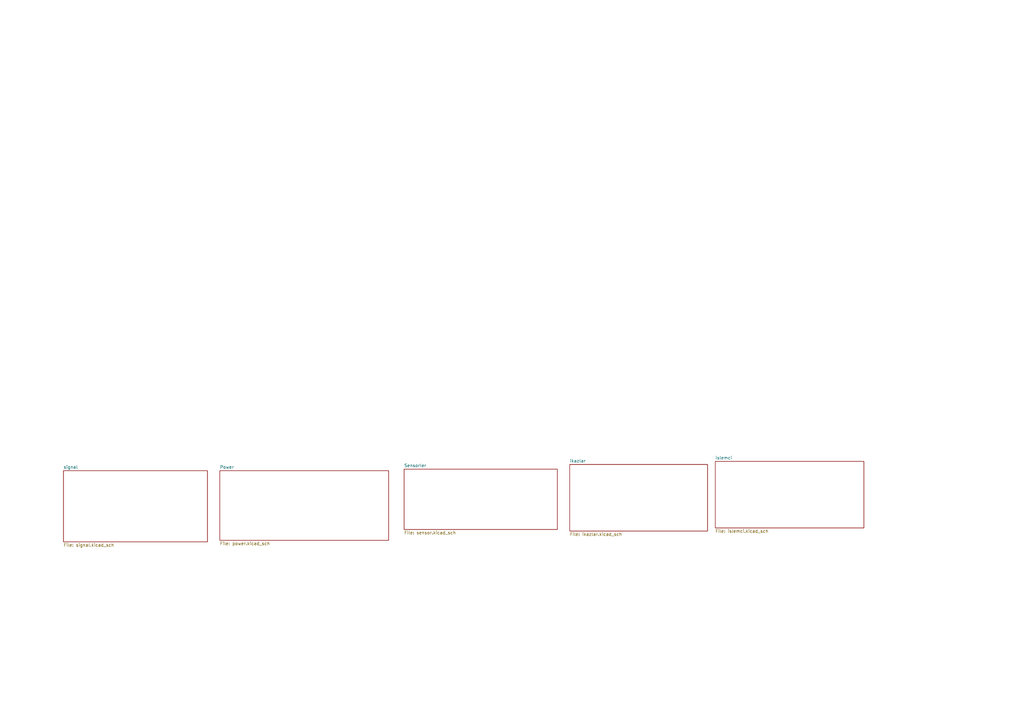
<source format=kicad_sch>
(kicad_sch (version 20230121) (generator eeschema)
  (paper "A3")
  (title_block (title "Raid Eye Controller") (date "2024-05-30") (rev "V1") (company "Macerick Space"))
  (lib_symbols)
  (sheet (at 165.735 192.405) (size 62.865 24.765) (stroke (width 0.1524))
    (property "Sheetname" "Sensorler" (at 165.735 191.6934 0) (effects (justify left bottom)))
    (property "Sheetfile" "sensor.kicad_sch" (at 165.735 217.7546 0) (effects (justify left top)))
  )
  (sheet (at 26.035 193.04) (size 59.055 29.21) (stroke (width 0.1524))
    (property "Sheetname" "signal" (at 26.035 192.3284 0) (effects (justify left bottom)))
    (property "Sheetfile" "signal.kicad_sch" (at 26.035 222.8346 0) (effects (justify left top)))
  )
  (sheet (at 293.37 189.23) (size 60.96 27.305) (stroke (width 0.1524))
    (property "Sheetname" "islemci" (at 293.37 188.5184 0) (effects (justify left bottom)))
    (property "Sheetfile" "islemci.kicad_sch" (at 293.37 217.1196 0) (effects (justify left top)))
  )
  (sheet (at 233.68 190.5) (size 56.515 27.305) (stroke (width 0.1524))
    (property "Sheetname" "ikazlar" (at 233.68 189.7884 0) (effects (justify left bottom)))
    (property "Sheetfile" "ikazlar.kicad_sch" (at 233.68 218.3896 0) (effects (justify left top)))
  )
  (sheet (at 90.17 193.04) (size 69.215 28.575) (stroke (width 0.1524))
    (property "Sheetname" "Power" (at 90.17 192.3284 0) (effects (justify left bottom)))
    (property "Sheetfile" "power.kicad_sch" (at 90.17 222.1996 0) (effects (justify left top)))
  )
)
</source>
